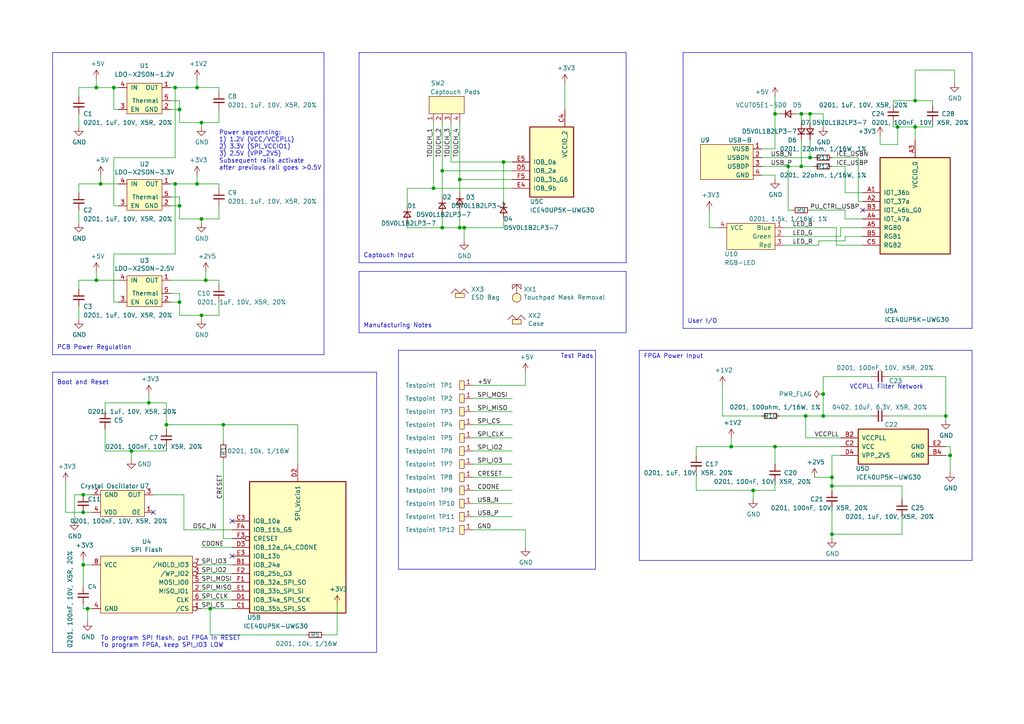
<source format=kicad_sch>
(kicad_sch (version 20230121) (generator eeschema)
  (paper "A4")
  (title_block (title "Fomu") (date "2019-04-09") (rev "PVT1") (company "Foosn PTE Ltd.") (comment 1 "Fomu - An FPGA in your USB port"))
  (junction (at 38.1 130.81))
  (junction (at 58.42 35.56))
  (junction (at 64.77 123.19))
  (junction (at 29.21 53.34))
  (junction (at 43.18 116.84))
  (junction (at 27.94 25.4))
  (junction (at 224.79 129.54))
  (junction (at 125.73 54.61))
  (junction (at 57.15 25.4))
  (junction (at 50.8 53.34))
  (junction (at 233.68 120.65))
  (junction (at 234.95 33.02))
  (junction (at 134.62 66.04))
  (junction (at 59.69 81.28))
  (junction (at 265.43 29.21))
  (junction (at 265.43 36.83))
  (junction (at 52.07 31.75))
  (junction (at 128.27 66.04))
  (junction (at 60.96 176.53))
  (junction (at 33.02 25.4))
  (junction (at 228.6 48.26))
  (junction (at 275.59 132.08))
  (junction (at 238.76 120.65))
  (junction (at 241.3 140.97))
  (junction (at 146.05 46.99))
  (junction (at 52.07 59.69))
  (junction (at 241.3 138.43))
  (junction (at 58.42 63.5))
  (junction (at 274.32 120.65))
  (junction (at 133.35 52.07))
  (junction (at 232.41 33.02))
  (junction (at 128.27 49.53))
  (junction (at 52.07 87.63))
  (junction (at 212.09 129.54))
  (junction (at 24.13 148.59))
  (junction (at 232.41 48.26))
  (junction (at 24.13 143.51))
  (junction (at 50.8 25.4))
  (junction (at 238.76 114.3))
  (junction (at 260.35 36.83))
  (junction (at 224.79 33.02))
  (junction (at 234.95 45.72))
  (junction (at 241.3 154.94))
  (junction (at 48.26 123.19))
  (junction (at 27.94 81.28))
  (junction (at 24.13 163.83))
  (junction (at 25.4 176.53))
  (junction (at 58.42 91.44))
  (junction (at 133.35 66.04))
  (junction (at 57.15 53.34))
  (junction (at 218.44 142.24))
  (no_connect (at 44.45 148.59))
  (no_connect (at 67.31 151.13))
  (no_connect (at 67.31 161.29))
  (no_connect (at 250.19 60.96))
  (wire (pts (xy 118.11 66.04) (xy 128.27 66.04)))
  (wire (pts (xy 27.94 81.28) (xy 34.29 81.28)))
  (wire (pts (xy 27.94 25.4) (xy 33.02 25.4)))
  (wire (pts (xy 57.15 50.8) (xy 57.15 53.34)))
  (polyline (pts (xy 15.24 107.95) (xy 109.22 107.95)))
  (wire (pts (xy 25.4 176.53) (xy 25.4 180.34)))
  (wire (pts (xy 227.33 68.58) (xy 243.84 68.58)))
  (wire (pts (xy 50.8 73.66) (xy 33.02 73.66)))
  (wire (pts (xy 201.93 129.54) (xy 212.09 129.54)))
  (wire (pts (xy 133.35 35.56) (xy 133.35 52.07)))
  (wire (pts (xy 26.67 143.51) (xy 24.13 143.51)))
  (wire (pts (xy 137.16 115.57) (xy 148.59 115.57)))
  (wire (pts (xy 148.59 49.53) (xy 128.27 49.53)))
  (wire (pts (xy 63.5 91.44) (xy 58.42 91.44)))
  (polyline (pts (xy 15.24 15.24) (xy 93.98 15.24)))
  (wire (pts (xy 250.19 71.12) (xy 242.57 71.12)))
  (wire (pts (xy 52.07 57.15) (xy 52.07 59.69)))
  (wire (pts (xy 276.86 20.32) (xy 265.43 20.32)))
  (polyline (pts (xy 104.14 15.24) (xy 181.61 15.24)))
  (wire (pts (xy 128.27 57.15) (xy 128.27 49.53)))
  (polyline (pts (xy 115.57 101.6) (xy 172.72 101.6)))
  (wire (pts (xy 128.27 62.23) (xy 128.27 66.04)))
  (wire (pts (xy 67.31 158.75) (xy 58.42 158.75)))
  (wire (pts (xy 218.44 142.24) (xy 218.44 144.78)))
  (wire (pts (xy 201.93 142.24) (xy 218.44 142.24)))
  (wire (pts (xy 250.19 58.42) (xy 248.92 58.42)))
  (wire (pts (xy 24.13 163.83) (xy 26.67 163.83)))
  (wire (pts (xy 234.95 35.56) (xy 234.95 33.02)))
  (wire (pts (xy 22.86 53.34) (xy 29.21 53.34)))
  (wire (pts (xy 64.77 123.19) (xy 64.77 128.27)))
  (wire (pts (xy 24.13 175.26) (xy 24.13 176.53)))
  (wire (pts (xy 234.95 60.96) (xy 245.11 60.96)))
  (polyline (pts (xy 281.94 95.25) (xy 198.12 95.25)))
  (wire (pts (xy 50.8 53.34) (xy 57.15 53.34)))
  (polyline (pts (xy 185.42 162.56) (xy 185.42 101.6)))
  (wire (pts (xy 274.32 129.54) (xy 275.59 129.54)))
  (wire (pts (xy 58.42 168.91) (xy 67.31 168.91)))
  (wire (pts (xy 259.08 29.21) (xy 265.43 29.21)))
  (wire (pts (xy 137.16 127) (xy 148.59 127)))
  (wire (pts (xy 24.13 162.56) (xy 24.13 163.83)))
  (wire (pts (xy 163.83 24.13) (xy 163.83 31.75)))
  (wire (pts (xy 58.42 173.99) (xy 67.31 173.99)))
  (wire (pts (xy 24.13 176.53) (xy 25.4 176.53)))
  (wire (pts (xy 245.11 68.58) (xy 250.19 68.58)))
  (wire (pts (xy 63.5 81.28) (xy 63.5 82.55)))
  (wire (pts (xy 241.3 48.26) (xy 245.11 48.26)))
  (wire (pts (xy 22.86 81.28) (xy 22.86 83.82)))
  (polyline (pts (xy 198.12 15.24) (xy 281.94 15.24)))
  (wire (pts (xy 48.26 116.84) (xy 48.26 123.19)))
  (wire (pts (xy 224.79 43.18) (xy 220.98 43.18)))
  (wire (pts (xy 238.76 114.3) (xy 238.76 120.65)))
  (wire (pts (xy 152.4 111.76) (xy 152.4 107.95)))
  (wire (pts (xy 243.84 68.58) (xy 243.84 66.04)))
  (wire (pts (xy 248.92 45.72) (xy 248.92 58.42)))
  (wire (pts (xy 63.5 25.4) (xy 63.5 26.67)))
  (wire (pts (xy 50.8 53.34) (xy 50.8 73.66)))
  (wire (pts (xy 88.9 184.15) (xy 60.96 184.15)))
  (wire (pts (xy 24.13 148.59) (xy 26.67 148.59)))
  (wire (pts (xy 48.26 129.54) (xy 48.26 130.81)))
  (wire (pts (xy 274.32 120.65) (xy 274.32 121.92)))
  (wire (pts (xy 137.16 134.62) (xy 148.59 134.62)))
  (wire (pts (xy 229.87 60.96) (xy 228.6 60.96)))
  (wire (pts (xy 118.11 54.61) (xy 118.11 59.69)))
  (wire (pts (xy 241.3 45.72) (xy 248.92 45.72)))
  (wire (pts (xy 265.43 36.83) (xy 270.51 36.83)))
  (wire (pts (xy 128.27 49.53) (xy 128.27 35.56)))
  (wire (pts (xy 67.31 166.37) (xy 58.42 166.37)))
  (polyline (pts (xy 104.14 76.2) (xy 104.14 15.24)))
  (wire (pts (xy 250.19 55.88) (xy 245.11 55.88)))
  (wire (pts (xy 255.27 39.37) (xy 255.27 41.91)))
  (polyline (pts (xy 15.24 102.87) (xy 15.24 15.24)))
  (polyline (pts (xy 93.98 15.24) (xy 93.98 102.87)))
  (wire (pts (xy 49.53 25.4) (xy 50.8 25.4)))
  (wire (pts (xy 228.6 48.26) (xy 232.41 48.26)))
  (wire (pts (xy 270.51 36.83) (xy 270.51 35.56)))
  (wire (pts (xy 241.3 140.97) (xy 261.62 140.97)))
  (wire (pts (xy 241.3 138.43) (xy 241.3 140.97)))
  (wire (pts (xy 242.57 66.04) (xy 227.33 66.04)))
  (wire (pts (xy 52.07 35.56) (xy 58.42 35.56)))
  (wire (pts (xy 241.3 147.32) (xy 241.3 154.94)))
  (wire (pts (xy 232.41 35.56) (xy 232.41 33.02)))
  (wire (pts (xy 58.42 64.77) (xy 58.42 63.5)))
  (wire (pts (xy 128.27 66.04) (xy 133.35 66.04)))
  (wire (pts (xy 58.42 35.56) (xy 63.5 35.56)))
  (wire (pts (xy 49.53 81.28) (xy 59.69 81.28)))
  (wire (pts (xy 22.86 55.88) (xy 22.86 53.34)))
  (wire (pts (xy 234.95 45.72) (xy 236.22 45.72)))
  (wire (pts (xy 63.5 53.34) (xy 63.5 54.61)))
  (wire (pts (xy 220.98 45.72) (xy 234.95 45.72)))
  (wire (pts (xy 146.05 58.42) (xy 146.05 46.99)))
  (wire (pts (xy 241.3 132.08) (xy 241.3 138.43)))
  (wire (pts (xy 130.81 46.99) (xy 130.81 35.56)))
  (wire (pts (xy 67.31 171.45) (xy 58.42 171.45)))
  (wire (pts (xy 137.16 138.43) (xy 148.59 138.43)))
  (wire (pts (xy 43.18 116.84) (xy 48.26 116.84)))
  (wire (pts (xy 224.79 139.7) (xy 224.79 142.24)))
  (wire (pts (xy 49.53 53.34) (xy 50.8 53.34)))
  (wire (pts (xy 232.41 48.26) (xy 236.22 48.26)))
  (polyline (pts (xy 181.61 76.2) (xy 104.14 76.2)))
  (wire (pts (xy 245.11 69.85) (xy 237.49 69.85)))
  (wire (pts (xy 148.59 46.99) (xy 146.05 46.99)))
  (wire (pts (xy 260.35 36.83) (xy 265.43 36.83)))
  (wire (pts (xy 134.62 69.85) (xy 134.62 66.04)))
  (wire (pts (xy 134.62 66.04) (xy 146.05 66.04)))
  (wire (pts (xy 50.8 25.4) (xy 57.15 25.4)))
  (wire (pts (xy 152.4 153.67) (xy 152.4 158.75)))
  (wire (pts (xy 233.68 127) (xy 233.68 120.65)))
  (wire (pts (xy 125.73 54.61) (xy 148.59 54.61)))
  (wire (pts (xy 233.68 127) (xy 243.84 127)))
  (wire (pts (xy 26.67 176.53) (xy 25.4 176.53)))
  (wire (pts (xy 30.48 116.84) (xy 43.18 116.84)))
  (wire (pts (xy 33.02 45.72) (xy 33.02 59.69)))
  (wire (pts (xy 234.95 33.02) (xy 238.76 33.02)))
  (wire (pts (xy 236.22 138.43) (xy 241.3 138.43)))
  (wire (pts (xy 21.59 143.51) (xy 21.59 151.13)))
  (wire (pts (xy 274.32 132.08) (xy 275.59 132.08)))
  (wire (pts (xy 226.06 33.02) (xy 224.79 33.02)))
  (wire (pts (xy 212.09 129.54) (xy 224.79 129.54)))
  (wire (pts (xy 58.42 36.83) (xy 58.42 35.56)))
  (wire (pts (xy 259.08 30.48) (xy 259.08 29.21)))
  (wire (pts (xy 274.32 109.22) (xy 274.32 120.65)))
  (wire (pts (xy 125.73 54.61) (xy 118.11 54.61)))
  (wire (pts (xy 265.43 29.21) (xy 270.51 29.21)))
  (wire (pts (xy 241.3 132.08) (xy 243.84 132.08)))
  (wire (pts (xy 93.98 184.15) (xy 97.79 184.15)))
  (wire (pts (xy 224.79 129.54) (xy 243.84 129.54)))
  (wire (pts (xy 257.81 109.22) (xy 274.32 109.22)))
  (wire (pts (xy 27.94 22.86) (xy 27.94 25.4)))
  (wire (pts (xy 34.29 25.4) (xy 33.02 25.4)))
  (wire (pts (xy 209.55 111.76) (xy 209.55 120.65)))
  (wire (pts (xy 34.29 59.69) (xy 33.02 59.69)))
  (wire (pts (xy 237.49 71.12) (xy 227.33 71.12)))
  (polyline (pts (xy 93.98 102.87) (xy 15.24 102.87)))
  (wire (pts (xy 59.69 81.28) (xy 59.69 78.74)))
  (polyline (pts (xy 104.14 78.74) (xy 181.61 78.74)))
  (wire (pts (xy 33.02 25.4) (xy 33.02 31.75)))
  (wire (pts (xy 137.16 119.38) (xy 148.59 119.38)))
  (wire (pts (xy 259.08 35.56) (xy 259.08 36.83)))
  (wire (pts (xy 226.06 120.65) (xy 233.68 120.65)))
  (wire (pts (xy 52.07 59.69) (xy 52.07 63.5)))
  (wire (pts (xy 137.16 130.81) (xy 148.59 130.81)))
  (wire (pts (xy 58.42 92.71) (xy 58.42 91.44)))
  (wire (pts (xy 53.34 153.67) (xy 53.34 143.51)))
  (wire (pts (xy 29.21 53.34) (xy 34.29 53.34)))
  (wire (pts (xy 137.16 142.24) (xy 148.59 142.24)))
  (wire (pts (xy 234.95 40.64) (xy 234.95 45.72)))
  (wire (pts (xy 57.15 53.34) (xy 63.5 53.34)))
  (wire (pts (xy 67.31 176.53) (xy 60.96 176.53)))
  (wire (pts (xy 52.07 87.63) (xy 52.07 91.44)))
  (wire (pts (xy 220.98 48.26) (xy 228.6 48.26)))
  (wire (pts (xy 29.21 53.34) (xy 29.21 50.8)))
  (wire (pts (xy 238.76 33.02) (xy 238.76 36.83)))
  (wire (pts (xy 245.11 63.5) (xy 245.11 60.96)))
  (wire (pts (xy 250.19 63.5) (xy 245.11 63.5)))
  (wire (pts (xy 270.51 30.48) (xy 270.51 29.21)))
  (polyline (pts (xy 281.94 15.24) (xy 281.94 95.25)))
  (polyline (pts (xy 181.61 96.52) (xy 104.14 96.52)))
  (wire (pts (xy 49.53 57.15) (xy 52.07 57.15)))
  (wire (pts (xy 137.16 123.19) (xy 148.59 123.19)))
  (polyline (pts (xy 15.24 189.23) (xy 109.22 189.23)))
  (wire (pts (xy 86.36 134.62) (xy 86.36 123.19)))
  (wire (pts (xy 265.43 20.32) (xy 265.43 29.21)))
  (polyline (pts (xy 181.61 15.24) (xy 181.61 76.2)))
  (wire (pts (xy 201.93 142.24) (xy 201.93 137.16)))
  (wire (pts (xy 22.86 64.77) (xy 22.86 60.96)))
  (wire (pts (xy 22.86 36.83) (xy 22.86 33.02)))
  (wire (pts (xy 224.79 33.02) (xy 224.79 43.18)))
  (wire (pts (xy 146.05 46.99) (xy 130.81 46.99)))
  (wire (pts (xy 257.81 120.65) (xy 274.32 120.65)))
  (polyline (pts (xy 281.94 162.56) (xy 185.42 162.56)))
  (wire (pts (xy 57.15 25.4) (xy 63.5 25.4)))
  (wire (pts (xy 19.05 148.59) (xy 24.13 148.59)))
  (wire (pts (xy 33.02 87.63) (xy 34.29 87.63)))
  (polyline (pts (xy 115.57 165.1) (xy 115.57 101.6)))
  (wire (pts (xy 52.07 29.21) (xy 52.07 31.75)))
  (wire (pts (xy 64.77 133.35) (xy 64.77 156.21)))
  (wire (pts (xy 63.5 87.63) (xy 63.5 91.44)))
  (wire (pts (xy 231.14 33.02) (xy 232.41 33.02)))
  (wire (pts (xy 49.53 29.21) (xy 52.07 29.21)))
  (wire (pts (xy 30.48 119.38) (xy 30.48 116.84)))
  (wire (pts (xy 49.53 87.63) (xy 52.07 87.63)))
  (wire (pts (xy 261.62 140.97) (xy 261.62 144.78)))
  (wire (pts (xy 97.79 184.15) (xy 97.79 175.26)))
  (polyline (pts (xy 109.22 189.23) (xy 109.22 107.95)))
  (wire (pts (xy 44.45 143.51) (xy 53.34 143.51)))
  (wire (pts (xy 52.07 63.5) (xy 58.42 63.5)))
  (polyline (pts (xy 172.72 165.1) (xy 115.57 165.1)))
  (wire (pts (xy 63.5 59.69) (xy 63.5 63.5)))
  (polyline (pts (xy 172.72 101.6) (xy 172.72 165.1)))
  (wire (pts (xy 205.74 66.04) (xy 208.28 66.04)))
  (wire (pts (xy 146.05 63.5) (xy 146.05 66.04)))
  (polyline (pts (xy 15.24 107.95) (xy 15.24 189.23)))
  (wire (pts (xy 241.3 154.94) (xy 261.62 154.94)))
  (wire (pts (xy 48.26 123.19) (xy 48.26 124.46)))
  (wire (pts (xy 58.42 176.53) (xy 60.96 176.53)))
  (wire (pts (xy 255.27 41.91) (xy 260.35 41.91)))
  (wire (pts (xy 67.31 163.83) (xy 58.42 163.83)))
  (wire (pts (xy 243.84 66.04) (xy 250.19 66.04)))
  (wire (pts (xy 125.73 35.56) (xy 125.73 54.61)))
  (wire (pts (xy 57.15 22.86) (xy 57.15 25.4)))
  (wire (pts (xy 252.73 109.22) (xy 238.76 109.22)))
  (wire (pts (xy 48.26 123.19) (xy 64.77 123.19)))
  (wire (pts (xy 275.59 132.08) (xy 275.59 137.16)))
  (wire (pts (xy 33.02 87.63) (xy 33.02 73.66)))
  (wire (pts (xy 242.57 71.12) (xy 242.57 66.04)))
  (wire (pts (xy 38.1 130.81) (xy 38.1 133.35)))
  (wire (pts (xy 241.3 140.97) (xy 241.3 142.24)))
  (wire (pts (xy 33.02 31.75) (xy 34.29 31.75)))
  (wire (pts (xy 48.26 130.81) (xy 38.1 130.81)))
  (wire (pts (xy 265.43 40.64) (xy 265.43 36.83)))
  (wire (pts (xy 60.96 184.15) (xy 60.96 176.53)))
  (wire (pts (xy 148.59 52.07) (xy 133.35 52.07)))
  (polyline (pts (xy 104.14 96.52) (xy 104.14 78.74)))
  (wire (pts (xy 58.42 63.5) (xy 63.5 63.5)))
  (wire (pts (xy 49.53 31.75) (xy 52.07 31.75)))
  (wire (pts (xy 137.16 146.05) (xy 148.59 146.05)))
  (wire (pts (xy 133.35 60.96) (xy 133.35 66.04)))
  (wire (pts (xy 22.86 92.71) (xy 22.86 88.9)))
  (wire (pts (xy 224.79 50.8) (xy 224.79 52.07)))
  (wire (pts (xy 275.59 129.54) (xy 275.59 132.08)))
  (wire (pts (xy 133.35 66.04) (xy 134.62 66.04)))
  (wire (pts (xy 24.13 143.51) (xy 21.59 143.51)))
  (wire (pts (xy 224.79 129.54) (xy 224.79 134.62)))
  (wire (pts (xy 30.48 130.81) (xy 38.1 130.81)))
  (wire (pts (xy 224.79 27.94) (xy 224.79 33.02)))
  (wire (pts (xy 49.53 59.69) (xy 52.07 59.69)))
  (polyline (pts (xy 198.12 95.25) (xy 198.12 15.24)))
  (wire (pts (xy 137.16 111.76) (xy 152.4 111.76)))
  (wire (pts (xy 259.08 36.83) (xy 260.35 36.83)))
  (wire (pts (xy 59.69 81.28) (xy 63.5 81.28)))
  (wire (pts (xy 67.31 153.67) (xy 53.34 153.67)))
  (wire (pts (xy 52.07 91.44) (xy 58.42 91.44)))
  (wire (pts (xy 205.74 60.96) (xy 205.74 66.04)))
  (wire (pts (xy 238.76 109.22) (xy 238.76 114.3)))
  (wire (pts (xy 27.94 25.4) (xy 22.86 25.4)))
  (wire (pts (xy 49.53 85.09) (xy 52.07 85.09)))
  (wire (pts (xy 133.35 55.88) (xy 133.35 52.07)))
  (wire (pts (xy 52.07 31.75) (xy 52.07 35.56)))
  (wire (pts (xy 50.8 25.4) (xy 50.8 45.72)))
  (wire (pts (xy 228.6 60.96) (xy 228.6 48.26)))
  (wire (pts (xy 22.86 25.4) (xy 22.86 27.94)))
  (wire (pts (xy 137.16 149.86) (xy 148.59 149.86)))
  (wire (pts (xy 232.41 40.64) (xy 232.41 48.26)))
  (wire (pts (xy 233.68 120.65) (xy 238.76 120.65)))
  (wire (pts (xy 67.31 156.21) (xy 64.77 156.21)))
  (wire (pts (xy 63.5 35.56) (xy 63.5 31.75)))
  (wire (pts (xy 237.49 69.85) (xy 237.49 71.12)))
  (wire (pts (xy 43.18 114.3) (xy 43.18 116.84)))
  (wire (pts (xy 260.35 36.83) (xy 260.35 41.91)))
  (polyline (pts (xy 281.94 101.6) (xy 281.94 162.56)))
  (wire (pts (xy 27.94 81.28) (xy 27.94 78.74)))
  (wire (pts (xy 19.05 139.7) (xy 19.05 148.59)))
  (wire (pts (xy 232.41 33.02) (xy 234.95 33.02)))
  (polyline (pts (xy 185.42 101.6) (xy 281.94 101.6)))
  (wire (pts (xy 241.3 154.94) (xy 241.3 156.21)))
  (wire (pts (xy 24.13 163.83) (xy 24.13 170.18)))
  (wire (pts (xy 201.93 129.54) (xy 201.93 132.08)))
  (wire (pts (xy 30.48 124.46) (xy 30.48 130.81)))
  (wire (pts (xy 220.98 50.8) (xy 224.79 50.8)))
  (wire (pts (xy 261.62 149.86) (xy 261.62 154.94)))
  (wire (pts (xy 118.11 66.04) (xy 118.11 64.77)))
  (wire (pts (xy 224.79 142.24) (xy 218.44 142.24)))
  (wire (pts (xy 50.8 45.72) (xy 33.02 45.72)))
  (wire (pts (xy 137.16 153.67) (xy 152.4 153.67)))
  (wire (pts (xy 245.11 68.58) (xy 245.11 69.85)))
  (wire (pts (xy 245.11 48.26) (xy 245.11 55.88)))
  (polyline (pts (xy 181.61 78.74) (xy 181.61 96.52)))
  (wire (pts (xy 212.09 127) (xy 212.09 129.54)))
  (wire (pts (xy 276.86 24.13) (xy 276.86 20.32)))
  (wire (pts (xy 22.86 81.28) (xy 27.94 81.28)))
  (wire (pts (xy 52.07 85.09) (xy 52.07 87.63)))
  (wire (pts (xy 220.98 120.65) (xy 209.55 120.65)))
  (wire (pts (xy 64.77 123.19) (xy 86.36 123.19)))
  (wire (pts (xy 238.76 120.65) (xy 252.73 120.65)))
  (text "FPGA Power Input" (at 186.69 104.14 0) (effects (font (size 1.27 1.27)) (justify left bottom)))
  (text "Captouch Input" (at 105.41 74.93 0) (effects (font (size 1.27 1.27)) (justify left bottom)))
  (text "Manufacturing Notes" (at 105.41 95.25 0) (effects (font (size 1.27 1.27)) (justify left bottom)))
  (text "Boot and Reset" (at 16.51 111.76 0) (effects (font (size 1.27 1.27)) (justify left bottom)))
  (text "Power sequencing:\n1) 1.2V (VCC/VCCPLL)\n2) 3.3V (SPI_VCCIO1)\n3) 2.5V (VPP_2V5)\nSubsequent rails activate\nafter previous rail goes >0.5V" (at 63.5 49.53 0) (effects (font (size 1.27 1.27)) (justify left bottom)))
  (text "User I/O" (at 199.39 93.98 0) (effects (font (size 1.27 1.27)) (justify left bottom)))
  (text "PCB Power Regulation" (at 16.51 101.6 0) (effects (font (size 1.27 1.27)) (justify left bottom)))
  (text "VCCPLL Filter Network" (at 246.38 113.03 0) (effects (font (size 1.27 1.27)) (justify left bottom)))
  (text "To program SPI flash, put FPGA in RESET\nTo program FPGA, keep SPI_IO3 LOW" (at 29.21 187.96 0) (effects (font (size 1.27 1.27)) (justify left bottom)))
  (text "Test Pads" (at 162.56 104.14 0) (effects (font (size 1.27 1.27)) (justify left bottom)))
  (label "USB_N" (at 138.43 146.05 0))
  (label "OSC_IN" (at 55.88 153.67 0))
  (label "LED_B" (at 229.87 66.04 0))
  (label "TOUCH_2" (at 128.27 45.72 90))
  (label "SPI_MOSI" (at 58.42 168.91 0))
  (label "SPI_IO3" (at 138.43 134.62 0))
  (label "USB_P" (at 138.43 149.86 0))
  (label "SPI_IO3" (at 58.42 163.83 0))
  (label "PU_CTRL_USBP" (at 234.95 60.96 0))
  (label "CDONE" (at 58.42 158.75 0))
  (label "USB_N" (at 223.52 45.72 0))
  (label "SPI_CLK" (at 138.43 127 0))
  (label "CRESET" (at 64.77 144.78 90))
  (label "CDONE" (at 138.43 142.24 0))
  (label "ICE_USBN" (at 242.57 45.72 0))
  (label "LED_G" (at 229.87 68.58 0))
  (label "SPI_CS" (at 58.42 176.53 0))
  (label "TOUCH_1" (at 125.73 45.72 90))
  (label "ICE_USBP" (at 242.57 48.26 0))
  (label "SPI_CLK" (at 58.42 173.99 0))
  (label "TOUCH_3" (at 130.81 45.72 90))
  (label "GND" (at 138.43 153.67 0))
  (label "USB_P" (at 223.52 48.26 0))
  (label "SPI_MOSI" (at 138.43 115.57 0))
  (label "VCCPLL" (at 236.22 127 0))
  (label "SPI_IO2" (at 138.43 130.81 0))
  (label "LED_R" (at 229.87 71.12 0))
  (label "+5V" (at 138.43 111.76 0))
  (label "TOUCH_4" (at 133.35 45.72 90))
  (label "SPI_MISO" (at 138.43 119.38 0))
  (label "SPI_IO2" (at 58.42 166.37 0))
  (label "SPI_MISO" (at 58.42 171.45 0))
  (label "SPI_CS" (at 138.43 123.19 0))
  (label "CRESET" (at 138.43 138.43 0))
  (symbol (lib_id "power:GND") (at 58.42 92.71 0) (unit 1)
    (property "Reference" "#PWR014" (effects hide))
    (property "Value" "GND" (at 58.547 97.1042 0))
  )
  (symbol (lib_id "power:GND") (at 58.42 64.77 0) (unit 1)
    (property "Reference" "#PWR013" (effects hide))
    (property "Value" "GND" (at 58.547 69.1642 0))
  )
  (symbol (lib_id "power:GND") (at 58.42 36.83 0) (unit 1)
    (property "Reference" "#PWR012" (effects hide))
    (property "Value" "GND" (at 58.547 41.2242 0))
  )
  (symbol (lib_id "power:+2V5") (at 59.69 78.74 0) (unit 1)
    (property "Reference" "#PWR017" (effects hide))
    (property "Value" "+2V5" (at 60.071 74.3458 0))
  )
  (symbol (lib_id "Device:C_Small") (at 63.5 85.09 0) (unit 1)
    (property "Reference" "C10" (at 57.15 85.09 0) (effects (justify left)))
    (property "Value" "0201, 1uF, 10V, X5R, 20%" (at 57.15 87.63 0) (effects (justify left)))
    (property "Footprint" "tomu-fpga:C_0201_0603Metric" (effects hide))
    (property "MPN" "ANY" (effects hide))
    (property "MYPN" "ANY" (effects hide))
    (property "Manufacturer" "ANY" (effects hide))
    (property "Spice_Model" "1u" (effects hide))
    (property "Spice_Netlist_Enabled" "Y" (effects hide))
    (property "Spice_Primitive" "C" (effects hide))
  )
  (symbol (lib_id "Device:C_Small") (at 63.5 57.15 0) (unit 1)
    (property "Reference" "C9" (at 66.04 55.88 0) (effects (justify left)))
    (property "Value" "0201, 1uF, 10V, X5R, 20%" (at 66.04 58.42 0) (effects (justify left)))
    (property "Footprint" "tomu-fpga:C_0201_0603Metric" (effects hide))
    (property "MPN" "ANY" (effects hide))
    (property "MYPN" "ANY" (effects hide))
    (property "Manufacturer" "ANY" (effects hide))
    (property "Spice_Model" "1u" (effects hide))
    (property "Spice_Netlist_Enabled" "Y" (effects hide))
    (property "Spice_Primitive" "C" (effects hide))
  )
  (symbol (lib_id "power:+3V3") (at 57.15 50.8 0) (unit 1)
    (property "Reference" "#PWR016" (effects hide))
    (property "Value" "+3V3" (at 57.531 46.4058 0))
  )
  (symbol (lib_id "power:+1V2") (at 57.15 22.86 0) (unit 1)
    (property "Reference" "#PWR015" (effects hide))
    (property "Value" "+1V2" (at 57.531 18.4658 0))
  )
  (symbol (lib_id "Device:C_Small") (at 63.5 29.21 0) (unit 1)
    (property "Reference" "C8" (at 66.04 27.94 0) (effects (justify left)))
    (property "Value" "0201, 1uF, 10V, X5R, 20%" (at 66.04 30.48 0) (effects (justify left)))
    (property "Footprint" "tomu-fpga:C_0201_0603Metric" (effects hide))
    (property "MPN" "ANY" (effects hide))
    (property "MYPN" "ANY" (effects hide))
    (property "Manufacturer" "ANY" (effects hide))
    (property "Spice_Model" "1u" (effects hide))
    (property "Spice_Netlist_Enabled" "Y" (effects hide))
    (property "Spice_Primitive" "C" (effects hide))
  )
  (symbol (lib_id "power:+5V") (at 29.21 50.8 0) (unit 1)
    (property "Reference" "#PWR08" (effects hide))
    (property "Value" "+5V" (at 29.591 46.4058 0))
  )
  (symbol (lib_id "power:+5V") (at 27.94 78.74 0) (unit 1)
    (property "Reference" "#PWR07" (effects hide))
    (property "Value" "+5V" (at 28.321 74.3458 0))
  )
  (symbol (lib_id "Device:C_Small") (at 22.86 86.36 0) (unit 1)
    (property "Reference" "C3" (at 24.13 88.9 0) (effects (justify left)))
    (property "Value" "0201, 1uF, 10V, X5R, 20%" (at 24.13 91.44 0) (effects (justify left)))
    (property "Footprint" "tomu-fpga:C_0201_0603Metric" (effects hide))
    (property "MPN" "ANY" (effects hide))
    (property "Manufacturer" "ANY" (effects hide))
    (property "MYPN" "ANY" (effects hide))
    (property "Spice_Model" "1u" (effects hide))
    (property "Spice_Netlist_Enabled" "Y" (effects hide))
    (property "Spice_Primitive" "C" (effects hide))
  )
  (symbol (lib_id "power:GND") (at 22.86 92.71 0) (unit 1)
    (property "Reference" "#PWR03" (effects hide))
    (property "Value" "GND" (at 22.987 97.1042 0))
  )
  (symbol (lib_id "Device:C_Small") (at 22.86 30.48 0) (unit 1)
    (property "Reference" "C1" (at 24.13 33.02 0) (effects (justify left)))
    (property "Value" "0201, 1uF, 10V, X5R, 20%" (at 24.13 35.56 0) (effects (justify left)))
    (property "Footprint" "tomu-fpga:C_0201_0603Metric" (effects hide))
    (property "MPN" "ANY" (effects hide))
    (property "Manufacturer" "ANY" (effects hide))
    (property "MYPN" "ANY" (effects hide))
    (property "Spice_Primitive" "C" (effects hide))
    (property "Spice_Model" "1u" (effects hide))
    (property "Spice_Netlist_Enabled" "Y" (effects hide))
  )
  (symbol (lib_id "power:+5V") (at 27.94 22.86 0) (unit 1)
    (property "Reference" "#PWR06" (effects hide))
    (property "Value" "+5V" (at 28.321 18.4658 0))
  )
  (symbol (lib_id "power:GND") (at 22.86 36.83 0) (unit 1)
    (property "Reference" "#PWR01" (effects hide))
    (property "Value" "GND" (at 22.987 41.2242 0))
  )
  (symbol (lib_id "power:GND") (at 22.86 64.77 0) (unit 1)
    (property "Reference" "#PWR02" (effects hide))
    (property "Value" "GND" (at 22.987 69.1642 0))
  )
  (symbol (lib_id "Device:C_Small") (at 22.86 58.42 0) (unit 1)
    (property "Reference" "C2" (at 24.13 60.96 0) (effects (justify left)))
    (property "Value" "0201, 1uF, 10V, X5R, 20%" (at 24.13 63.5 0) (effects (justify left)))
    (property "Footprint" "tomu-fpga:C_0201_0603Metric" (effects hide))
    (property "MPN" "ANY" (effects hide))
    (property "Manufacturer" "ANY" (effects hide))
    (property "MYPN" "ANY" (effects hide))
    (property "Spice_Model" "1u" (effects hide))
    (property "Spice_Netlist_Enabled" "Y" (effects hide))
    (property "Spice_Primitive" "C" (effects hide))
  )
  (symbol (lib_id "tomu-fpga-rescue:USB-B-tomu-fpga-tomu-fpga") (at 210.82 40.64 180) (unit 1)
    (property "Reference" "U9" (at 204.47 40.64 0))
    (property "Value" "USB-B" (at 214.63 40.64 0))
    (property "Footprint" "tomu-fpga:USB-PCB" (effects hide))
    (property "MPN" "DNP" (effects hide))
    (property "Manufacturer" "DNP" (effects hide))
    (property "MYPN" "DNP" (effects hide))
    (property "Description" "PCB-etched USB pads" (effects hide))
    (property "DNP" "X" (effects hide))
  )
  (symbol (lib_id "power:GND") (at 224.79 52.07 0) (unit 1)
    (property "Reference" "#PWR035" (effects hide))
    (property "Value" "GND" (at 224.917 56.4642 0))
  )
  (symbol (lib_id "power:+5V") (at 224.79 27.94 0) (unit 1)
    (property "Reference" "#PWR034" (effects hide))
    (property "Value" "+5V" (at 220.98 26.67 0))
  )
  (symbol (lib_id "tomu-fpga-rescue:RGB-LED-tomu-fpga-tomu-fpga") (at 217.17 72.39 0) (unit 1)
    (property "Reference" "U10" (at 212.09 73.66 0))
    (property "Value" "RGB-LED" (at 214.63 76.2 0))
    (property "Footprint" "tomu-fpga:LED-RGB-5DS-UHD1110-FKA" (effects hide))
    (property "Datasheet" "https://www.cree.com/led-components/media/documents/ds-UHD1110-FKA.pdf" (effects hide))
    (property "MPN" "UHD1110-FKA" (effects hide))
    (property "Manufacturer" "Cree" (effects hide))
    (property "DPN" "N/A" (effects hide))
    (property "APN" "CL-505S-X-SD-T" (effects hide))
    (property "AManufacturer" "Citizen" (effects hide))
  )
  (symbol (lib_id "power:+3V3") (at 205.74 60.96 0) (unit 1)
    (property "Reference" "#PWR033" (effects hide))
    (property "Value" "+3V3" (at 206.121 56.5658 0))
  )
  (symbol (lib_id "Device:R_Small") (at 238.76 48.26 270) (unit 1)
    (property "Reference" "R12" (at 238.76 48.26 90))
    (property "Value" "0201, 22ohm, 1/16W, 1%" (at 238.76 50.8 90))
    (property "Footprint" "tomu-fpga:R_0201_0603Metric" (effects hide))
    (property "MPN" "ANY" (effects hide))
    (property "MYPN" "ANY" (effects hide))
    (property "Manufacturer" "ANY" (effects hide))
    (property "Spice_Primitive" "R" (effects hide))
    (property "Spice_Model" "22" (effects hide))
    (property "Spice_Netlist_Enabled" "Y" (effects hide))
  )
  (symbol (lib_id "Device:R_Small") (at 238.76 45.72 270) (unit 1)
    (property "Reference" "R11" (at 238.76 45.72 90))
    (property "Value" "0201, 22ohm, 1/16W, 1%" (at 238.76 43.18 90))
    (property "Footprint" "tomu-fpga:R_0201_0603Metric" (effects hide))
    (property "MPN" "ANY" (effects hide))
    (property "MYPN" "ANY" (effects hide))
    (property "Manufacturer" "ANY" (effects hide))
    (property "Spice_Primitive" "R" (effects hide))
    (property "Spice_Model" "22" (effects hide))
    (property "Spice_Netlist_Enabled" "Y" (effects hide))
  )
  (symbol (lib_id "Device:R_Small") (at 232.41 60.96 270) (unit 1)
    (property "Reference" "R9" (at 232.41 60.96 90))
    (property "Value" "0201, 1.5k, 1/16W, 1%" (at 228.6 63.5 90))
    (property "Footprint" "tomu-fpga:R_0201_0603Metric" (effects hide))
    (property "MPN" "ANY" (effects hide))
    (property "MYPN" "ANY" (effects hide))
    (property "Manufacturer" "ANY" (effects hide))
    (property "Spice_Primitive" "R" (effects hide))
    (property "Spice_Model" "1.5k" (effects hide))
    (property "Spice_Netlist_Enabled" "Y" (effects hide))
  )
  (symbol (lib_id "Device:C_Small") (at 255.27 120.65 270) (unit 1)
    (property "Reference" "C22" (at 256.54 123.19 90) (effects (justify left)))
    (property "Value" "0402, 10uF, 6.3V, X5R, 20%" (at 241.3 118.11 90) (effects (justify left)))
    (property "Footprint" "tomu-fpga:C_0402_1005Metric" (effects hide))
    (property "MPN" "ANY" (effects hide))
    (property "MYPN" "ANY" (effects hide))
    (property "Manufacturer" "ANY" (effects hide))
    (property "Spice_Model" "1u" (effects hide))
    (property "Spice_Netlist_Enabled" "Y" (effects hide))
    (property "Spice_Primitive" "C" (effects hide))
  )
  (symbol (lib_id "Device:C_Small") (at 255.27 109.22 270) (unit 1)
    (property "Reference" "C23" (at 257.81 110.49 90) (effects (justify left)))
    (property "Value" "0201, 100nF, 10V, X5R, 20%" (at 242.57 106.68 90) (effects (justify left)))
    (property "Footprint" "tomu-fpga:C_0201_0603Metric" (effects hide))
    (property "MPN" "ANY" (effects hide))
    (property "Manufacturer" "ANY" (effects hide))
    (property "MYPN" "ANY" (effects hide))
    (property "Spice_Model" "1u" (effects hide))
    (property "Spice_Netlist_Enabled" "Y" (effects hide))
    (property "Spice_Primitive" "C" (effects hide))
  )
  (symbol (lib_id "power:GND") (at 274.32 121.92 0) (unit 1)
    (property "Reference" "#PWR029" (effects hide))
    (property "Value" "GND" (at 274.447 126.3142 0))
  )
  (symbol (lib_id "power:GND") (at 25.4 180.34 0) (unit 1)
    (property "Reference" "#PWR05" (effects hide))
    (property "Value" "GND" (at 25.527 184.7342 0))
  )
  (symbol (lib_id "power:+3V3") (at 24.13 162.56 0) (unit 1)
    (property "Reference" "#PWR04" (effects hide))
    (property "Value" "+3V3" (at 24.511 158.1658 0))
  )
  (symbol (lib_id "Device:C_Small") (at 24.13 172.72 0) (unit 1)
    (property "Reference" "C4" (at 25.4 170.18 0) (effects (justify left)))
    (property "Value" "0201, 100nF, 10V, X5R, 20%" (at 20.32 187.96 90) (effects (justify left)))
    (property "Footprint" "tomu-fpga:C_0201_0603Metric" (effects hide))
    (property "MPN" "ANY" (effects hide))
    (property "MYPN" "ANY" (effects hide))
    (property "Manufacturer" "ANY" (effects hide))
    (property "Spice_Model" "100n" (effects hide))
    (property "Spice_Netlist_Enabled" "Y" (effects hide))
    (property "Spice_Primitive" "C" (effects hide))
  )
  (symbol (lib_id "power:+3V3") (at 163.83 24.13 0) (unit 1)
    (property "Reference" "#PWR027" (effects hide))
    (property "Value" "+3V3" (at 164.211 19.7358 0))
  )
  (symbol (lib_id "tomu-fpga-rescue:PADS-tomu-fpga-tomu-fpga") (at 134.62 30.48 90) (unit 1)
    (property "Reference" "SW2" (at 127 24.13 90))
    (property "Value" "Captouch Pads" (at 132.08 26.67 90))
    (property "Footprint" "tomu-fpga:captouch-edge" (effects hide))
    (property "MPN" "DNP" (effects hide))
    (property "Manufacturer" "DNP" (effects hide))
    (property "MYPN" "DNP" (effects hide))
    (property "Description" "PCB-etched captouch pads" (effects hide))
    (property "DNP" "X" (effects hide))
  )
  (symbol (lib_id "power:GND") (at 275.59 137.16 0) (unit 1)
    (property "Reference" "#PWR041" (effects hide))
    (property "Value" "GND" (at 275.717 141.5542 0))
  )
  (symbol (lib_id "power:+2V5") (at 236.22 138.43 0) (unit 1)
    (property "Reference" "#PWR037" (effects hide))
    (property "Value" "+2V5" (at 236.601 134.0358 0))
  )
  (symbol (lib_id "Device:C_Small") (at 261.62 147.32 0) (unit 1)
    (property "Reference" "C25" (at 264.16 147.32 0) (effects (justify left)))
    (property "Value" "0201, 1uF, 10V, X5R, 20%" (at 245.11 149.86 0) (effects (justify left)))
    (property "Footprint" "tomu-fpga:C_0201_0603Metric" (effects hide))
    (property "MPN" "ANY" (effects hide))
    (property "MYPN" "ANY" (effects hide))
    (property "Manufacturer" "ANY" (effects hide))
    (property "Spice_Model" "1u" (effects hide))
    (property "Spice_Netlist_Enabled" "Y" (effects hide))
    (property "Spice_Primitive" "C" (effects hide))
  )
  (symbol (lib_id "tomu-fpga-rescue:LDO-X2SON-tomu-fpga-tomu-fpga") (at 41.91 33.02 0) (unit 1)
    (property "Reference" "U1" (at 41.91 19.05 0))
    (property "Value" "LDO-X2SON-1.2V" (at 41.91 21.59 0))
    (property "Footprint" "tomu-fpga:Texas_X2SON-4_1x1mm_P0.65mm" (effects hide))
    (property "Datasheet" "http://www.ti.com/lit/ds/symlink/lp5907.pdf" (effects hide))
    (property "AMPN" "MIC5504-1.2YMT" (effects hide))
    (property "AManufacturer" "Microchip" (effects hide))
    (property "APN" "576-4305-1-ND" (effects hide))
    (property "MPN" "LP5907SNX-1.2/NOPB" (effects hide))
    (property "Manufacturer" "TI" (effects hide))
  )
  (symbol (lib_id "tomu-fpga-rescue:LDO-X2SON-tomu-fpga-tomu-fpga") (at 41.91 60.96 0) (unit 1)
    (property "Reference" "U2" (at 41.91 47.625 0))
    (property "Value" "LDO-X2SON-3.3V" (at 41.91 49.9364 0))
    (property "Footprint" "tomu-fpga:Texas_X2SON-4_1x1mm_P0.65mm" (effects hide))
    (property "Datasheet" "http://www.ti.com/lit/ds/symlink/lp5907.pdf" (effects hide))
    (property "AMPN" "MIC5504-3.3YMT" (effects hide))
    (property "AManufacturer" "Microchip" (effects hide))
    (property "APN" "576-4305-1-ND" (effects hide))
    (property "MPN" "LP5907SNX-3.3/NOPB" (effects hide))
    (property "Manufacturer" "TI" (effects hide))
    (property "DPN" "296-39066-2-ND " (effects hide))
  )
  (symbol (lib_id "tomu-fpga-rescue:LDO-X2SON-tomu-fpga-tomu-fpga") (at 41.91 88.9 0) (unit 1)
    (property "Reference" "U3" (at 41.91 75.565 0))
    (property "Value" "LDO-X2SON-2.5V" (at 41.91 77.8764 0))
    (property "Footprint" "tomu-fpga:Texas_X2SON-4_1x1mm_P0.65mm" (effects hide))
    (property "Datasheet" "http://www.ti.com/lit/ds/symlink/lp5907.pdf" (effects hide))
    (property "AMPN" "MIC5504-2.5YMT" (effects hide))
    (property "AManufacturer" "Microchip" (effects hide))
    (property "APN" "576-4305-1-ND" (effects hide))
    (property "MPN" "LP5907SNX-2.5/NOPB" (effects hide))
    (property "Manufacturer" "TI" (effects hide))
    (property "DPN" "296-40371-2-ND" (effects hide))
  )
  (symbol (lib_id "power:+1V2") (at 209.55 111.76 0) (unit 1)
    (property "Reference" "#PWR0103" (effects hide))
    (property "Value" "+1V2" (at 209.931 107.3658 0))
  )
  (symbol (lib_id "Device:R_Small") (at 223.52 120.65 90) (unit 1)
    (property "Reference" "R10" (at 223.52 120.65 90))
    (property "Value" "0201, 100ohm, 1/16W, 1%" (at 224.79 118.11 90))
    (property "Footprint" "tomu-fpga:R_0201_0603Metric" (effects hide))
    (property "MPN" "ANY" (effects hide))
    (property "MYPN" "ANY" (effects hide))
    (property "Manufacturer" "ANY" (effects hide))
    (property "Spice_Primitive" "R" (effects hide))
    (property "Spice_Model" "1.5k" (effects hide))
    (property "Spice_Netlist_Enabled" "Y" (effects hide))
  )
  (symbol (lib_id "tomu-fpga-rescue:Touchpad-Note-tomu-fpga-tomu-fpga") (at 149.86 88.9 0) (unit 1)
    (property "Reference" "XX1" (at 151.8412 83.9216 0) (effects (justify left)))
    (property "Value" "Touchpad Mask Removal" (at 151.8412 86.233 0) (effects (justify left)))
    (property "Footprint" "tomu-fpga:soldermask-removal" (effects hide))
    (property "MPN" "DNP" (effects hide))
    (property "MYPN" "DNP" (effects hide))
    (property "Manufacturer" "DNP" (effects hide))
    (property "Spice_Primitive" "X" (effects hide))
    (property "Spice_Model" "Touchpad Mask Removal" (effects hide))
    (property "Spice_Netlist_Enabled" "N" (effects hide))
    (property "DNP" "X" (effects hide))
  )
  (symbol (lib_id "tomu-fpga-rescue:Case-tomu-fpga-tomu-fpga") (at 149.86 95.25 0) (unit 1)
    (property "Reference" "XX2" (at 153.1112 91.5416 0) (effects (justify left)))
    (property "Value" "Case" (at 153.1112 93.853 0) (effects (justify left)))
    (property "Footprint" "tomu-fpga:nothing" (effects hide))
    (property "Description" "Case for Tomu, customized for FPGA" (effects hide))
    (property "MPN" "Tomu-FPGA-Case" (effects hide))
    (property "Manufacturer" "Jiada" (effects hide))
    (property "Spice_Primitive" "X" (effects hide))
    (property "Spice_Model" "Case" (effects hide))
    (property "Spice_Netlist_Enabled" "N" (effects hide))
    (property "DNP" "X" (effects hide))
  )
  (symbol (lib_id "tomu-fpga-rescue:Testpoint-tomu-fpga-tomu-fpga") (at 133.35 114.3 180) (unit 1)
    (property "Reference" "TP2" (at 129.54 115.57 0))
    (property "Value" "Testpoint" (at 121.92 115.57 0))
    (property "Footprint" "tomu-fpga:testpoint" (effects hide))
    (property "DNP" "X" (effects hide))
  )
  (symbol (lib_id "tomu-fpga-rescue:Testpoint-tomu-fpga-tomu-fpga") (at 133.35 118.11 180) (unit 1)
    (property "Reference" "TP3" (at 129.54 119.38 0))
    (property "Value" "Testpoint" (at 121.92 119.38 0))
    (property "Footprint" "tomu-fpga:testpoint" (effects hide))
    (property "DNP" "X" (effects hide))
  )
  (symbol (lib_id "tomu-fpga-rescue:Case-tomu-fpga-tomu-fpga") (at 133.35 87.63 0) (unit 1)
    (property "Reference" "XX3" (at 136.6012 83.9216 0) (effects (justify left)))
    (property "Value" "ESD Bag" (at 136.6012 86.233 0) (effects (justify left)))
    (property "Footprint" "tomu-fpga:nothing" (effects hide))
    (property "Description" "ESD bag containing case and PCBA" (effects hide))
    (property "MPN" "Tomu-ESD-Bag" (effects hide))
    (property "Manufacturer" "ANY" (effects hide))
    (property "Spice_Primitive" "X" (effects hide))
    (property "Spice_Model" "ESD Bag" (effects hide))
    (property "Spice_Netlist_Enabled" "N" (effects hide))
    (property "DNP" "X" (effects hide))
  )
  (symbol (lib_id "tomu-fpga-rescue:Testpoint-tomu-fpga-tomu-fpga") (at 133.35 121.92 180) (unit 1)
    (property "Reference" "TP4" (at 129.54 123.19 0))
    (property "Value" "Testpoint" (at 121.92 123.19 0))
    (property "Footprint" "tomu-fpga:testpoint" (effects hide))
    (property "DNP" "X" (effects hide))
  )
  (symbol (lib_id "tomu-fpga-rescue:Testpoint-tomu-fpga-tomu-fpga") (at 133.35 125.73 180) (unit 1)
    (property "Reference" "TP5" (at 129.54 127 0))
    (property "Value" "Testpoint" (at 121.92 127 0))
    (property "Footprint" "tomu-fpga:testpoint" (effects hide))
    (property "DNP" "X" (effects hide))
  )
  (symbol (lib_id "tomu-fpga-rescue:Testpoint-tomu-fpga-tomu-fpga") (at 133.35 129.54 180) (unit 1)
    (property "Reference" "TP6" (at 129.54 130.81 0))
    (property "Value" "Testpoint" (at 121.92 130.81 0))
    (property "Footprint" "tomu-fpga:testpoint" (effects hide))
    (property "DNP" "X" (effects hide))
  )
  (symbol (lib_id "tomu-fpga-rescue:Testpoint-tomu-fpga-tomu-fpga") (at 133.35 133.35 180) (unit 1)
    (property "Reference" "TP7" (at 129.54 134.62 0))
    (property "Value" "Testpoint" (at 121.92 134.62 0))
    (property "Footprint" "tomu-fpga:testpoint" (effects hide))
    (property "DNP" "X" (effects hide))
  )
  (symbol (lib_id "tomu-fpga-rescue:Testpoint-tomu-fpga-tomu-fpga") (at 133.35 137.16 180) (unit 1)
    (property "Reference" "TP8" (at 129.54 138.43 0))
    (property "Value" "Testpoint" (at 121.92 138.43 0))
    (property "Footprint" "tomu-fpga:testpoint" (effects hide))
    (property "DNP" "X" (effects hide))
  )
  (symbol (lib_id "Device:D_Small") (at 118.11 62.23 270) (unit 1)
    (property "Reference" "D1" (at 118.11 59.69 90) (effects (justify left)))
    (property "Value" "D5V0L1B2LP3-7" (at 110.49 64.77 90) (effects (justify left)))
    (property "Footprint" "tomu-fpga:X1-DFN1006-2" (effects hide))
    (property "Datasheet" "https://www.diodes.com/assets/Datasheets/D5V0L1B2LP3.pdf" (effects hide))
    (property "Manufacturer" "Diodes Incorporated" (effects hide))
    (property "MPN" "D5V0L1B2LP3-7" (effects hide))
  )
  (symbol (lib_id "tomu-fpga-rescue:Testpoint-tomu-fpga-tomu-fpga") (at 133.35 140.97 180) (unit 1)
    (property "Reference" "TP9" (at 129.54 142.24 0))
    (property "Value" "Testpoint" (at 121.92 142.24 0))
    (property "Footprint" "tomu-fpga:testpoint" (effects hide))
    (property "DNP" "X" (effects hide))
  )
  (symbol (lib_id "tomu-fpga-rescue:Testpoint-tomu-fpga-tomu-fpga") (at 133.35 110.49 180) (unit 1)
    (property "Reference" "TP1" (at 129.54 111.76 0))
    (property "Value" "Testpoint" (at 121.92 111.76 0))
    (property "Footprint" "tomu-fpga:testpoint" (effects hide))
    (property "DNP" "X" (effects hide))
  )
  (symbol (lib_id "tomu-fpga-rescue:Testpoint-tomu-fpga-tomu-fpga") (at 133.35 152.4 180) (unit 1)
    (property "Reference" "TP12" (at 129.54 153.67 0))
    (property "Value" "Testpoint" (at 121.92 153.67 0))
    (property "Footprint" "tomu-fpga:testpoint" (effects hide))
    (property "DNP" "X" (effects hide))
  )
  (symbol (lib_id "power:GND") (at 134.62 69.85 0) (unit 1)
    (property "Reference" "#PWR011" (effects hide))
    (property "Value" "GND" (at 134.747 74.2442 0))
  )
  (symbol (lib_id "tomu-fpga-rescue:Oscillator-tomu-fpga-tomu-fpga") (at 35.56 142.24 180) (unit 1)
    (property "Reference" "U7" (at 41.91 140.97 0))
    (property "Value" "Crystal Oscillator" (at 31.75 140.97 0))
    (property "Footprint" "tomu-fpga:XTAL-2520" (effects hide))
    (property "Datasheet" "https://www.ecsxtal.com/store/pdf/ECS-2520MV.pdf" (effects hide))
    (property "MPN" "XC2756CT-ND" (effects hide))
    (property "Manufacturer" "ECS" (effects hide))
    (property "DPN" "XC2756CT-ND" (effects hide))
    (property "Description" "XTAL OSC XO 48.0000MHZ CMOS SMD" (effects hide))
  )
  (symbol (lib_id "tomu-fpga-rescue:Testpoint-tomu-fpga-tomu-fpga") (at 133.35 144.78 180) (unit 1)
    (property "Reference" "TP10" (at 129.54 146.05 0))
    (property "Value" "Testpoint" (at 121.92 146.05 0))
    (property "Footprint" "tomu-fpga:testpoint" (effects hide))
    (property "DNP" "X" (effects hide))
  )
  (symbol (lib_id "tomu-fpga-rescue:Testpoint-tomu-fpga-tomu-fpga") (at 133.35 148.59 180) (unit 1)
    (property "Reference" "TP11" (at 129.54 149.86 0))
    (property "Value" "Testpoint" (at 121.92 149.86 0))
    (property "Footprint" "tomu-fpga:testpoint" (effects hide))
    (property "DNP" "X" (effects hide))
  )
  (symbol (lib_id "Device:D_Small") (at 128.27 59.69 270) (unit 1)
    (property "Reference" "D2" (at 128.27 57.15 90) (effects (justify left)))
    (property "Value" "D5V0L1B2LP3-7" (at 120.65 62.23 90) (effects (justify left)))
    (property "Footprint" "tomu-fpga:X1-DFN1006-2" (effects hide))
    (property "Datasheet" "https://www.diodes.com/assets/Datasheets/D5V0L1B2LP3.pdf" (effects hide))
    (property "Manufacturer" "Diodes Incorporated" (effects hide))
    (property "MPN" "D5V0L1B2LP3-7" (effects hide))
  )
  (symbol (lib_id "Device:R_Small") (at 64.77 130.81 180) (unit 1)
    (property "Reference" "R1" (at 64.77 130.81 90))
    (property "Value" "0201, 10k, 1/16W" (at 74.93 130.81 0))
    (property "Footprint" "tomu-fpga:R_0201_0603Metric" (effects hide))
    (property "MPN" "ANY" (effects hide))
    (property "Manufacturer" "ANY" (effects hide))
    (property "MYPN" "ANY" (effects hide))
    (property "Spice_Primitive" "R" (effects hide))
    (property "Spice_Model" "10k" (effects hide))
    (property "Spice_Netlist_Enabled" "Y" (effects hide))
  )
  (symbol (lib_id "power:+1V2") (at 212.09 127 0) (unit 1)
    (property "Reference" "#PWR0104" (effects hide))
    (property "Value" "+1V2" (at 212.471 122.6058 0))
  )
  (symbol (lib_id "tomu-fpga-rescue:ICE40UP5K-UWG30-tomu-fpga-tomu-fpga") (at 264.16 60.96 0) (unit 1)
    (property "Reference" "U5" (at 256.54 90.17 0) (effects (justify left)))
    (property "Value" "ICE40UP5K-UWG30" (at 256.54 92.71 0) (effects (justify left)))
    (property "Footprint" "tomu-fpga:iCE40UP5K-UWG30" (effects hide))
    (property "Datasheet" "http://www.latticesemi.com/Products/FPGAandCPLD/iCE40Ultra" (effects hide))
    (property "MPN" "ICE40UP5K-UWG30ITR" (effects hide))
    (property "DPN" " 	ICE40UP5K-UWG30ITR-ND " (effects hide))
    (property "Manufacturer" "Lattice" (effects hide))
    (property "Description" "ICE40-ULTRAPLUS, 5280 LUTS, 1.2V" (effects hide))
  )
  (symbol (lib_id "tomu-fpga-rescue:ICE40UP5K-UWG30-tomu-fpga-tomu-fpga") (at 82.55 165.1 0) (unit 2)
    (property "Reference" "U5" (at 73.66 179.07 0))
    (property "Value" "ICE40UP5K-UWG30" (at 80.01 181.61 0))
    (property "Footprint" "tomu-fpga:iCE40UP5K-UWG30" (effects hide))
    (property "Datasheet" "http://www.latticesemi.com/Products/FPGAandCPLD/iCE40Ultra" (effects hide))
    (property "MPN" "ICE40UP5K-UWG30ITR" (effects hide))
    (property "Manufacturer" "Lattice" (effects hide))
    (property "DPN" " 	ICE40UP5K-UWG30ITR-ND " (effects hide))
    (property "Description" "ICE40-ULTRAPLUS, 5280 LUTS, 1.2V" (effects hide))
  )
  (symbol (lib_id "tomu-fpga-rescue:ICE40UP5K-UWG30-tomu-fpga-tomu-fpga") (at 163.83 44.45 0) (unit 3)
    (property "Reference" "U5" (at 153.67 58.42 0) (effects (justify left)))
    (property "Value" "ICE40UP5K-UWG30" (at 153.67 60.96 0) (effects (justify left)))
    (property "Footprint" "tomu-fpga:iCE40UP5K-UWG30" (effects hide))
    (property "Datasheet" "http://www.latticesemi.com/Products/FPGAandCPLD/iCE40Ultra" (effects hide))
    (property "MPN" "ICE40UP5K-UWG30ITR" (effects hide))
    (property "DPN" " 	ICE40UP5K-UWG30ITR-ND " (effects hide))
    (property "Manufacturer" "Lattice" (effects hide))
    (property "Description" "ICE40-ULTRAPLUS, 5280 LUTS, 1.2V" (effects hide))
  )
  (symbol (lib_id "tomu-fpga-rescue:ICE40UP5K-UWG30-tomu-fpga-tomu-fpga") (at 259.08 121.92 0) (unit 4)
    (property "Reference" "U5" (at 250.19 135.89 0))
    (property "Value" "ICE40UP5K-UWG30" (at 257.81 138.43 0))
    (property "Footprint" "tomu-fpga:iCE40UP5K-UWG30" (effects hide))
    (property "Datasheet" "http://www.latticesemi.com/Products/FPGAandCPLD/iCE40Ultra" (effects hide))
    (property "MPN" "ICE40UP5K-UWG30ITR" (effects hide))
    (property "DPN" " 	ICE40UP5K-UWG30ITR-ND " (effects hide))
    (property "Manufacturer" "Lattice" (effects hide))
    (property "Description" "ICE40-ULTRAPLUS, 5280 LUTS, 1.2V" (effects hide))
  )
  (symbol (lib_id "power:+3V3") (at 19.05 139.7 0) (unit 1)
    (property "Reference" "#PWR020" (effects hide))
    (property "Value" "+3V3" (at 19.431 135.3058 0))
  )
  (symbol (lib_id "power:GND") (at 21.59 151.13 0) (unit 1)
    (property "Reference" "#PWR021" (effects hide))
    (property "Value" "GND" (at 21.717 155.5242 0))
  )
  (symbol (lib_id "tomu-fpga-rescue:SPI-Flash-tomu-fpga-tomu-fpga") (at 41.91 177.8 0) (unit 1)
    (property "Reference" "U4" (at 42.545 157.099 0))
    (property "Value" "SPI Flash" (at 42.545 159.4104 0))
    (property "Footprint" "tomu-fpga:SON50P300X200X60-9N" (effects hide))
    (property "Datasheet" "http://www.winbond.com/resource-files/w25q128jv_dtr%20revc%2003272018%20plus.pdf" (effects hide))
    (property "DPN" "1970-1011-6-ND" (effects hide))
    (property "MPN" "GD25Q16CEIGR" (effects hide))
    (property "Manufacturer" "GigaDevice Semiconductor (HK) Limited" (effects hide))
    (property "Description" "IC FLASH 128M SPI 133MHZ 8SOIC" (effects hide))
    (property "APN" "MX25R1635FZUIH0" (effects hide))
    (property "AManufacturer" "Macronix" (effects hide))
  )
  (symbol (lib_id "Device:D_Small") (at 133.35 58.42 270) (unit 1)
    (property "Reference" "D3" (at 135.0772 57.2516 90) (effects (justify left)))
    (property "Value" "D5V0L1B2LP3-7" (at 130.81 59.69 90) (effects (justify left)))
    (property "Footprint" "tomu-fpga:X1-DFN1006-2" (effects hide))
    (property "Datasheet" "https://www.diodes.com/assets/Datasheets/D5V0L1B2LP3.pdf" (effects hide))
    (property "Manufacturer" "Diodes Incorporated" (effects hide))
    (property "MPN" "D5V0L1B2LP3-7" (effects hide))
  )
  (symbol (lib_id "power:+5V") (at 152.4 107.95 0) (unit 1)
    (property "Reference" "#PWR0101" (effects hide))
    (property "Value" "+5V" (at 152.781 103.5558 0))
  )
  (symbol (lib_id "Device:D_Small") (at 146.05 60.96 270) (unit 1)
    (property "Reference" "D4" (at 146.05 63.5 90) (effects (justify left)))
    (property "Value" "D5V0L1B2LP3-7" (at 146.05 66.04 90) (effects (justify left)))
    (property "Footprint" "tomu-fpga:X1-DFN1006-2" (effects hide))
    (property "Datasheet" "https://www.diodes.com/assets/Datasheets/D5V0L1B2LP3.pdf" (effects hide))
    (property "Manufacturer" "Diodes Incorporated" (effects hide))
    (property "MPN" "D5V0L1B2LP3-7" (effects hide))
  )
  (symbol (lib_id "power:GND") (at 152.4 158.75 0) (unit 1)
    (property "Reference" "#PWR0102" (effects hide))
    (property "Value" "GND" (at 152.527 163.1442 0))
  )
  (symbol (lib_id "Device:D_Small") (at 232.41 38.1 90) (unit 1)
    (property "Reference" "D6" (at 231.14 40.64 90) (effects (justify left)))
    (property "Value" "D5V0L1B2LP3-7" (at 231.14 38.1 90) (effects (justify left)))
    (property "Footprint" "tomu-fpga:X1-DFN1006-2" (effects hide))
    (property "Datasheet" "https://www.diodes.com/assets/Datasheets/D5V0L1B2LP3.pdf" (effects hide))
    (property "Manufacturer" "Diodes Incorporated" (effects hide))
    (property "MPN" "D5V0L1B2LP3-7" (effects hide))
  )
  (symbol (lib_id "Device:D_Small") (at 234.95 38.1 90) (unit 1)
    (property "Reference" "D7" (at 234.95 35.56 90) (effects (justify left)))
    (property "Value" "D5V0L1B2LP3-7" (at 251.46 35.56 90) (effects (justify left)))
    (property "Footprint" "tomu-fpga:X1-DFN1006-2" (effects hide))
    (property "Datasheet" "https://www.diodes.com/assets/Datasheets/D5V0L1B2LP3.pdf" (effects hide))
    (property "Manufacturer" "Diodes Incorporated" (effects hide))
    (property "MPN" "D5V0L1B2LP3-7" (effects hide))
  )
  (symbol (lib_id "Device:C_Small") (at 24.13 146.05 0) (unit 1)
    (property "Reference" "C11" (at 25.4 144.78 0) (effects (justify left)))
    (property "Value" "0201, 100nF, 10V, X5R, 20%" (at 20.32 151.13 0) (effects (justify left)))
    (property "Footprint" "tomu-fpga:C_0201_0603Metric" (effects hide))
    (property "MPN" "ANY" (effects hide))
    (property "MYPN" "ANY" (effects hide))
    (property "Manufacturer" "ANY" (effects hide))
    (property "Spice_Primitive" "C" (effects hide))
    (property "Spice_Model" "100n" (effects hide))
    (property "Spice_Netlist_Enabled" "Y" (effects hide))
  )
  (symbol (lib_id "power:GND") (at 238.76 36.83 0) (unit 1)
    (property "Reference" "#PWR019" (effects hide))
    (property "Value" "GND" (at 238.887 41.2242 0))
  )
  (symbol (lib_id "power:PWR_FLAG") (at 238.76 114.3 90) (unit 1)
    (property "Reference" "#FLG0101" (effects hide))
    (property "Value" "PWR_FLAG" (at 235.5088 114.3 90) (effects (justify left)))
  )
  (symbol (lib_id "Device:D_Small") (at 228.6 33.02 0) (unit 1)
    (property "Reference" "D5" (at 229.87 30.48 0) (effects (justify left)))
    (property "Value" "VCUT05E1-SD0" (at 213.36 30.48 0) (effects (justify left)))
    (property "Footprint" "tomu-fpga:TVS-11V" (effects hide))
    (property "Datasheet" "http://www.vishay.com/docs/85900/vcut05e1-sd0.pdf" (effects hide))
    (property "Manufacturer" "Vishay Semiconductor Diodes Division" (effects hide))
    (property "MPN" "VCUT05E1-SD0-G4-08" (effects hide))
  )
  (symbol (lib_id "power:+3V3") (at 97.79 175.26 0) (unit 1)
    (property "Reference" "#PWR018" (effects hide))
    (property "Value" "+3V3" (at 98.171 170.8658 0))
  )
  (symbol (lib_id "Device:R_Small") (at 91.44 184.15 90) (unit 1)
    (property "Reference" "R5" (at 91.44 184.15 90))
    (property "Value" "0201, 10k, 1/16W" (at 88.9 186.69 90))
    (property "Footprint" "tomu-fpga:R_0201_0603Metric" (effects hide))
    (property "MPN" "ANY" (effects hide))
    (property "MYPN" "ANY" (effects hide))
    (property "Manufacturer" "ANY" (effects hide))
    (property "Spice_Primitive" "R" (effects hide))
    (property "Spice_Model" "10k" (effects hide))
    (property "Spice_Netlist_Enabled" "Y" (effects hide))
  )
  (symbol (lib_id "Device:C_Small") (at 241.3 144.78 0) (unit 1)
    (property "Reference" "C21" (at 234.95 144.78 0) (effects (justify left)))
    (property "Value" "0201, 100nF, 10V, X5R, 20%" (at 223.52 147.32 0) (effects (justify left)))
    (property "Footprint" "tomu-fpga:C_0201_0603Metric" (effects hide))
    (property "MPN" "ANY" (effects hide))
    (property "MYPN" "ANY" (effects hide))
    (property "Manufacturer" "ANY" (effects hide))
    (property "Spice_Model" "100n" (effects hide))
    (property "Spice_Netlist_Enabled" "Y" (effects hide))
    (property "Spice_Primitive" "C" (effects hide))
  )
  (symbol (lib_id "power:GND") (at 218.44 144.78 0) (unit 1)
    (property "Reference" "#PWR031" (effects hide))
    (property "Value" "GND" (at 218.567 149.1742 0))
  )
  (symbol (lib_id "Device:C_Small") (at 224.79 137.16 0) (unit 1)
    (property "Reference" "C20" (at 227.33 137.16 0) (effects (justify left)))
    (property "Value" "0201, 100nF, 10V, X5R, 20%" (at 207.01 139.7 0) (effects (justify left)))
    (property "Footprint" "tomu-fpga:C_0201_0603Metric" (effects hide))
    (property "MPN" "ANY" (effects hide))
    (property "MYPN" "ANY" (effects hide))
    (property "Manufacturer" "ANY" (effects hide))
    (property "Spice_Model" "100n" (effects hide))
    (property "Spice_Netlist_Enabled" "Y" (effects hide))
    (property "Spice_Primitive" "C" (effects hide))
  )
  (symbol (lib_id "power:GND") (at 241.3 156.21 0) (unit 1)
    (property "Reference" "#PWR038" (effects hide))
    (property "Value" "GND" (at 241.427 160.6042 0))
  )
  (symbol (lib_id "Device:C_Small") (at 201.93 134.62 0) (unit 1)
    (property "Reference" "C17" (at 204.47 134.62 0) (effects (justify left)))
    (property "Value" "0201, 1uF, 10V, X5R, 20%" (at 186.69 137.16 0) (effects (justify left)))
    (property "Footprint" "tomu-fpga:C_0201_0603Metric" (effects hide))
    (property "MPN" "ANY" (effects hide))
    (property "MYPN" "ANY" (effects hide))
    (property "Manufacturer" "ANY" (effects hide))
    (property "Spice_Model" "1u" (effects hide))
    (property "Spice_Netlist_Enabled" "Y" (effects hide))
    (property "Spice_Primitive" "C" (effects hide))
  )
  (symbol (lib_id "power:+3V3") (at 255.27 39.37 0) (unit 1)
    (property "Reference" "#PWR040" (effects hide))
    (property "Value" "+3V3" (at 251.46 38.1 0))
  )
  (symbol (lib_id "Device:C_Small") (at 259.08 33.02 0) (unit 1)
    (property "Reference" "C24" (at 252.73 33.02 0) (effects (justify left)))
    (property "Value" "0201, 1uF, 10V, X5R, 20%" (at 237.49 30.48 0) (effects (justify left)))
    (property "Footprint" "tomu-fpga:C_0201_0603Metric" (effects hide))
    (property "MPN" "ANY" (effects hide))
    (property "MYPN" "ANY" (effects hide))
    (property "Manufacturer" "ANY" (effects hide))
    (property "Spice_Model" "1u" (effects hide))
    (property "Spice_Netlist_Enabled" "Y" (effects hide))
    (property "Spice_Primitive" "C" (effects hide))
  )
  (symbol (lib_id "Device:C_Small") (at 270.51 33.02 0) (unit 1)
    (property "Reference" "C28" (at 273.05 33.02 0) (effects (justify left)))
    (property "Value" "0201, 100nF, 10V, X5R, 20%" (at 252.73 35.56 0) (effects (justify left)))
    (property "Footprint" "tomu-fpga:C_0201_0603Metric" (effects hide))
    (property "MPN" "ANY" (effects hide))
    (property "MYPN" "ANY" (effects hide))
    (property "Manufacturer" "ANY" (effects hide))
    (property "Spice_Model" "100n" (effects hide))
    (property "Spice_Netlist_Enabled" "Y" (effects hide))
    (property "Spice_Primitive" "C" (effects hide))
  )
  (symbol (lib_id "power:GND") (at 276.86 24.13 0) (unit 1)
    (property "Reference" "#PWR039" (effects hide))
    (property "Value" "GND" (at 276.987 28.5242 0))
  )
  (symbol (lib_id "power:+3V3") (at 43.18 114.3 0) (unit 1)
    (property "Reference" "#PWR010" (effects hide))
    (property "Value" "+3V3" (at 43.561 109.9058 0))
  )
  (symbol (lib_id "Device:C_Small") (at 30.48 121.92 0) (unit 1)
    (property "Reference" "C5" (at 33.02 121.92 0) (effects (justify left)))
    (property "Value" "0201, 1uF, 10V, X5R, 20%" (at 25.4 119.38 0) (effects (justify left)))
    (property "Footprint" "tomu-fpga:C_0201_0603Metric" (effects hide))
    (property "MPN" "ANY" (effects hide))
    (property "MYPN" "ANY" (effects hide))
    (property "Manufacturer" "ANY" (effects hide))
    (property "Spice_Model" "1u" (effects hide))
    (property "Spice_Netlist_Enabled" "Y" (effects hide))
    (property "Spice_Primitive" "C" (effects hide))
  )
  (symbol (lib_id "Device:C_Small") (at 48.26 127 0) (unit 1)
    (property "Reference" "C7" (at 43.18 127 0) (effects (justify left)))
    (property "Value" "0201, 100nF, 10V, X5R, 20%" (at 30.48 129.54 0) (effects (justify left)))
    (property "Footprint" "tomu-fpga:C_0201_0603Metric" (effects hide))
    (property "MPN" "ANY" (effects hide))
    (property "MYPN" "ANY" (effects hide))
    (property "Manufacturer" "ANY" (effects hide))
    (property "Spice_Model" "100n" (effects hide))
    (property "Spice_Netlist_Enabled" "Y" (effects hide))
    (property "Spice_Primitive" "C" (effects hide))
  )
  (symbol (lib_id "power:GND") (at 38.1 133.35 0) (unit 1)
    (property "Reference" "#PWR09" (effects hide))
    (property "Value" "GND" (at 41.91 134.62 0))
  )
)
</source>
